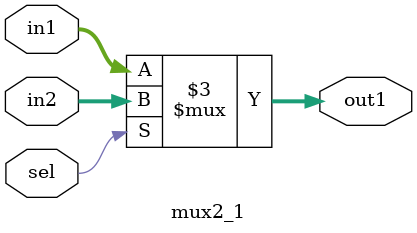
<source format=v>
module mux2_1(
input sel,
input [31:0]in1,in2,
output reg [31:0]out1
);

always@*
begin
if(sel)
out1=in2;
else
out1=in1;
end

endmodule


</source>
